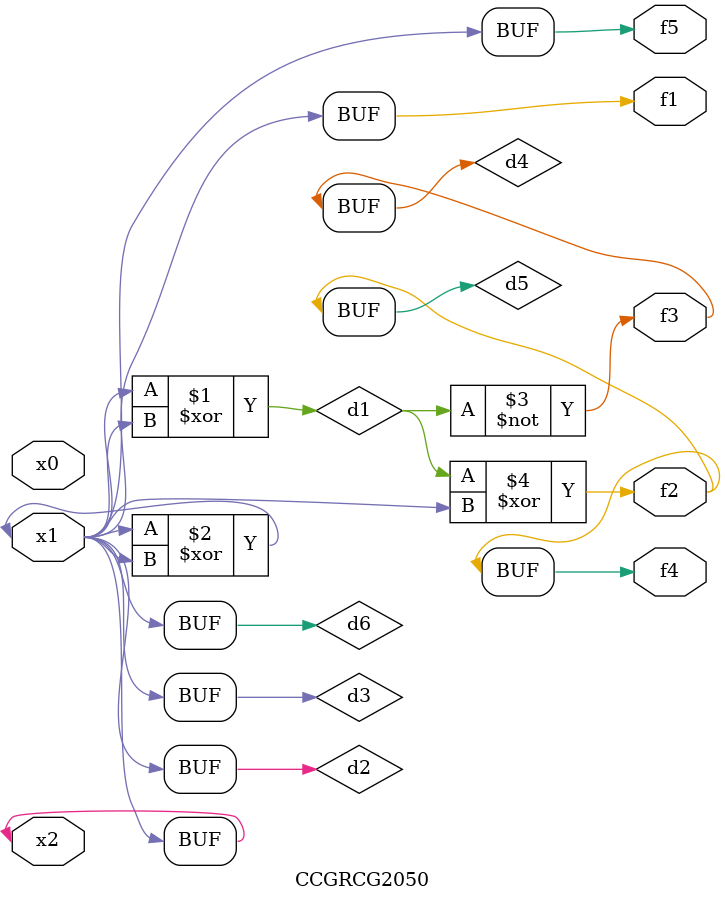
<source format=v>
module CCGRCG2050(
	input x0, x1, x2,
	output f1, f2, f3, f4, f5
);

	wire d1, d2, d3, d4, d5, d6;

	xor (d1, x1, x2);
	buf (d2, x1, x2);
	xor (d3, x1, x2);
	nor (d4, d1);
	xor (d5, d1, d2);
	buf (d6, d2, d3);
	assign f1 = d6;
	assign f2 = d5;
	assign f3 = d4;
	assign f4 = d5;
	assign f5 = d6;
endmodule

</source>
